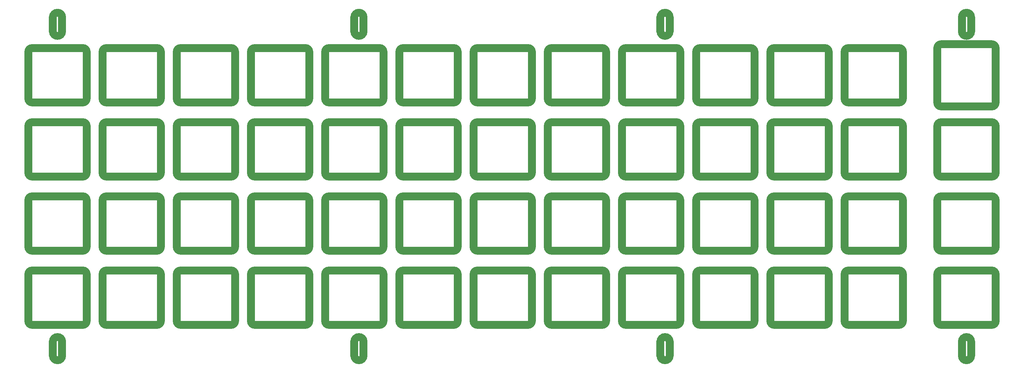
<source format=gbr>
G04 #@! TF.GenerationSoftware,KiCad,Pcbnew,(6.0.0-0)*
G04 #@! TF.CreationDate,2022-01-19T17:07:01-06:00*
G04 #@! TF.ProjectId,top_plate,746f705f-706c-4617-9465-2e6b69636164,rev?*
G04 #@! TF.SameCoordinates,Original*
G04 #@! TF.FileFunction,Soldermask,Top*
G04 #@! TF.FilePolarity,Negative*
%FSLAX46Y46*%
G04 Gerber Fmt 4.6, Leading zero omitted, Abs format (unit mm)*
G04 Created by KiCad (PCBNEW (6.0.0-0)) date 2022-01-19 17:07:01*
%MOMM*%
%LPD*%
G01*
G04 APERTURE LIST*
%ADD10C,2.000000*%
G04 APERTURE END LIST*
D10*
X388145304Y-122039333D02*
G75*
G03*
X390526556Y-122039333I1190626J0D01*
G01*
X390526556Y-122039333D02*
X390526556Y-118467455D01*
X388145304Y-122039333D02*
X388145304Y-118467455D01*
X390526556Y-118467455D02*
G75*
G03*
X388145304Y-118467455I-1190626J0D01*
G01*
X310754614Y-122039238D02*
G75*
G03*
X313135866Y-122039238I1190626J0D01*
G01*
X313135866Y-122039238D02*
X313135866Y-118467360D01*
X310754614Y-122039238D02*
X310754614Y-118467360D01*
X313135866Y-118467360D02*
G75*
G03*
X310754614Y-118467360I-1190626J0D01*
G01*
X232173298Y-122039352D02*
G75*
G03*
X234554550Y-122039352I1190626J0D01*
G01*
X234554550Y-122039352D02*
X234554550Y-118467474D01*
X232173298Y-122039352D02*
X232173298Y-118467474D01*
X234554550Y-118467474D02*
G75*
G03*
X232173298Y-118467474I-1190626J0D01*
G01*
X154782608Y-122039238D02*
G75*
G03*
X157163860Y-122039238I1190626J0D01*
G01*
X157163860Y-122039238D02*
X157163860Y-118467360D01*
X154782608Y-122039238D02*
X154782608Y-118467360D01*
X157163860Y-118467360D02*
G75*
G03*
X154782608Y-118467360I-1190626J0D01*
G01*
X390526556Y-35123627D02*
G75*
G03*
X388145304Y-35123627I-1190626J0D01*
G01*
X388145304Y-35123627D02*
X388145304Y-38695505D01*
X390526556Y-35123627D02*
X390526556Y-38695505D01*
X388145304Y-38695505D02*
G75*
G03*
X390526556Y-38695505I1190626J0D01*
G01*
X313135866Y-35123616D02*
G75*
G03*
X310754614Y-35123616I-1190626J0D01*
G01*
X310754614Y-35123616D02*
X310754614Y-38695494D01*
X313135866Y-35123616D02*
X313135866Y-38695494D01*
X310754614Y-38695494D02*
G75*
G03*
X313135866Y-38695494I1190626J0D01*
G01*
X234554550Y-35123635D02*
G75*
G03*
X232173298Y-35123635I-1190626J0D01*
G01*
X232173298Y-35123635D02*
X232173298Y-38695513D01*
X234554550Y-35123635D02*
X234554550Y-38695513D01*
X232173298Y-38695513D02*
G75*
G03*
X234554550Y-38695513I1190626J0D01*
G01*
X154782608Y-38695513D02*
G75*
G03*
X157163860Y-38695513I1190626J0D01*
G01*
X157163860Y-35123635D02*
X157163860Y-38695513D01*
X154782608Y-35123635D02*
X154782608Y-38695513D01*
X157163860Y-35123635D02*
G75*
G03*
X154782608Y-35123635I-1190626J0D01*
G01*
X163472530Y-44006460D02*
X163472530Y-56006460D01*
X162472530Y-57006460D02*
X149472530Y-57006460D01*
X149472530Y-43006460D02*
X162472530Y-43006460D01*
X148472530Y-44006460D02*
X148472530Y-56006460D01*
X163472530Y-44006460D02*
G75*
G03*
X162472530Y-43006460I-999999J1D01*
G01*
X162472530Y-57006460D02*
G75*
G03*
X163472530Y-56006460I1J999999D01*
G01*
X148472530Y-56006460D02*
G75*
G03*
X149472530Y-57006460I999999J-1D01*
G01*
X149472530Y-43006460D02*
G75*
G03*
X148472530Y-44006460I-1J-999999D01*
G01*
X168522610Y-43006460D02*
X181522610Y-43006460D01*
X182522610Y-44006460D02*
X182522610Y-56006460D01*
X181522610Y-57006460D02*
X168522610Y-57006460D01*
X167522610Y-44006460D02*
X167522610Y-56006460D01*
X167522610Y-56006460D02*
G75*
G03*
X168522610Y-57006460I999999J-1D01*
G01*
X181522610Y-57006460D02*
G75*
G03*
X182522610Y-56006460I1J999999D01*
G01*
X182522610Y-44006460D02*
G75*
G03*
X181522610Y-43006460I-999999J1D01*
G01*
X168522610Y-43006460D02*
G75*
G03*
X167522610Y-44006460I-1J-999999D01*
G01*
X187572690Y-43006460D02*
X200572690Y-43006460D01*
X186572690Y-44006460D02*
X186572690Y-56006460D01*
X200572690Y-57006460D02*
X187572690Y-57006460D01*
X201572690Y-44006460D02*
X201572690Y-56006460D01*
X201572690Y-44006460D02*
G75*
G03*
X200572690Y-43006460I-999999J1D01*
G01*
X200572690Y-57006460D02*
G75*
G03*
X201572690Y-56006460I1J999999D01*
G01*
X187572690Y-43006460D02*
G75*
G03*
X186572690Y-44006460I-1J-999999D01*
G01*
X186572690Y-56006460D02*
G75*
G03*
X187572690Y-57006460I999999J-1D01*
G01*
X205622770Y-44006460D02*
X205622770Y-56006460D01*
X219622770Y-57006460D02*
X206622770Y-57006460D01*
X220622770Y-44006460D02*
X220622770Y-56006460D01*
X206622770Y-43006460D02*
X219622770Y-43006460D01*
X206622770Y-43006460D02*
G75*
G03*
X205622770Y-44006460I-1J-999999D01*
G01*
X219622770Y-57006460D02*
G75*
G03*
X220622770Y-56006460I1J999999D01*
G01*
X205622770Y-56006460D02*
G75*
G03*
X206622770Y-57006460I999999J-1D01*
G01*
X220622770Y-44006460D02*
G75*
G03*
X219622770Y-43006460I-999999J1D01*
G01*
X224672850Y-44006460D02*
X224672850Y-56006460D01*
X239672850Y-44006460D02*
X239672850Y-56006460D01*
X238672850Y-57006460D02*
X225672850Y-57006460D01*
X225672850Y-43006460D02*
X238672850Y-43006460D01*
X225672850Y-43006460D02*
G75*
G03*
X224672850Y-44006460I-1J-999999D01*
G01*
X238672850Y-57006460D02*
G75*
G03*
X239672850Y-56006460I1J999999D01*
G01*
X224672850Y-56006460D02*
G75*
G03*
X225672850Y-57006460I999999J-1D01*
G01*
X239672850Y-44006460D02*
G75*
G03*
X238672850Y-43006460I-999999J1D01*
G01*
X334923250Y-44006460D02*
X334923250Y-56006460D01*
X319923250Y-44006460D02*
X319923250Y-56006460D01*
X333923250Y-57006460D02*
X320923250Y-57006460D01*
X320923250Y-43006460D02*
X333923250Y-43006460D01*
X333923250Y-57006460D02*
G75*
G03*
X334923250Y-56006460I1J999999D01*
G01*
X320923250Y-43006460D02*
G75*
G03*
X319923250Y-44006460I-1J-999999D01*
G01*
X319923250Y-56006460D02*
G75*
G03*
X320923250Y-57006460I999999J-1D01*
G01*
X334923250Y-44006460D02*
G75*
G03*
X333923250Y-43006460I-999999J1D01*
G01*
X353973330Y-44006460D02*
X353973330Y-56006460D01*
X352973330Y-57006460D02*
X339973330Y-57006460D01*
X338973330Y-44006460D02*
X338973330Y-56006460D01*
X339973330Y-43006460D02*
X352973330Y-43006460D01*
X353973330Y-44006460D02*
G75*
G03*
X352973330Y-43006460I-999999J1D01*
G01*
X339973330Y-43006460D02*
G75*
G03*
X338973330Y-44006460I-1J-999999D01*
G01*
X338973330Y-56006460D02*
G75*
G03*
X339973330Y-57006460I999999J-1D01*
G01*
X352973330Y-57006460D02*
G75*
G03*
X353973330Y-56006460I1J999999D01*
G01*
X162472530Y-76056540D02*
X149472530Y-76056540D01*
X148472530Y-63056540D02*
X148472530Y-75056540D01*
X163472530Y-63056540D02*
X163472530Y-75056540D01*
X149472530Y-62056540D02*
X162472530Y-62056540D01*
X148472530Y-75056540D02*
G75*
G03*
X149472530Y-76056540I999999J-1D01*
G01*
X162472530Y-76056540D02*
G75*
G03*
X163472530Y-75056540I1J999999D01*
G01*
X149472530Y-62056540D02*
G75*
G03*
X148472530Y-63056540I-1J-999999D01*
G01*
X163472530Y-63056540D02*
G75*
G03*
X162472530Y-62056540I-999999J1D01*
G01*
X187572690Y-62056540D02*
X200572690Y-62056540D01*
X186572690Y-63056540D02*
X186572690Y-75056540D01*
X200572690Y-76056540D02*
X187572690Y-76056540D01*
X201572690Y-63056540D02*
X201572690Y-75056540D01*
X187572690Y-62056540D02*
G75*
G03*
X186572690Y-63056540I-1J-999999D01*
G01*
X186572690Y-75056540D02*
G75*
G03*
X187572690Y-76056540I999999J-1D01*
G01*
X200572690Y-76056540D02*
G75*
G03*
X201572690Y-75056540I1J999999D01*
G01*
X201572690Y-63056540D02*
G75*
G03*
X200572690Y-62056540I-999999J1D01*
G01*
X238672850Y-76056540D02*
X225672850Y-76056540D01*
X224672850Y-63056540D02*
X224672850Y-75056540D01*
X225672850Y-62056540D02*
X238672850Y-62056540D01*
X239672850Y-63056540D02*
X239672850Y-75056540D01*
X238672850Y-76056540D02*
G75*
G03*
X239672850Y-75056540I1J999999D01*
G01*
X224672850Y-75056540D02*
G75*
G03*
X225672850Y-76056540I999999J-1D01*
G01*
X225672850Y-62056540D02*
G75*
G03*
X224672850Y-63056540I-1J-999999D01*
G01*
X239672850Y-63056540D02*
G75*
G03*
X238672850Y-62056540I-999999J1D01*
G01*
X257722930Y-76056540D02*
X244722930Y-76056540D01*
X244722930Y-62056540D02*
X257722930Y-62056540D01*
X243722930Y-63056540D02*
X243722930Y-75056540D01*
X258722930Y-63056540D02*
X258722930Y-75056540D01*
X257722930Y-76056540D02*
G75*
G03*
X258722930Y-75056540I1J999999D01*
G01*
X243722930Y-75056540D02*
G75*
G03*
X244722930Y-76056540I999999J-1D01*
G01*
X244722930Y-62056540D02*
G75*
G03*
X243722930Y-63056540I-1J-999999D01*
G01*
X258722930Y-63056540D02*
G75*
G03*
X257722930Y-62056540I-999999J1D01*
G01*
X262773010Y-63056540D02*
X262773010Y-75056540D01*
X277773010Y-63056540D02*
X277773010Y-75056540D01*
X276773010Y-76056540D02*
X263773010Y-76056540D01*
X263773010Y-62056540D02*
X276773010Y-62056540D01*
X276773010Y-76056540D02*
G75*
G03*
X277773010Y-75056540I1J999999D01*
G01*
X262773010Y-75056540D02*
G75*
G03*
X263773010Y-76056540I999999J-1D01*
G01*
X277773010Y-63056540D02*
G75*
G03*
X276773010Y-62056540I-999999J1D01*
G01*
X263773010Y-62056540D02*
G75*
G03*
X262773010Y-63056540I-1J-999999D01*
G01*
X296823090Y-63056540D02*
X296823090Y-75056540D01*
X295823090Y-76056540D02*
X282823090Y-76056540D01*
X282823090Y-62056540D02*
X295823090Y-62056540D01*
X281823090Y-63056540D02*
X281823090Y-75056540D01*
X296823090Y-63056540D02*
G75*
G03*
X295823090Y-62056540I-999999J1D01*
G01*
X295823090Y-76056540D02*
G75*
G03*
X296823090Y-75056540I1J999999D01*
G01*
X281823090Y-75056540D02*
G75*
G03*
X282823090Y-76056540I999999J-1D01*
G01*
X282823090Y-62056540D02*
G75*
G03*
X281823090Y-63056540I-1J-999999D01*
G01*
X300873170Y-63056540D02*
X300873170Y-75056540D01*
X314873170Y-76056540D02*
X301873170Y-76056540D01*
X315873170Y-63056540D02*
X315873170Y-75056540D01*
X301873170Y-62056540D02*
X314873170Y-62056540D01*
X314873170Y-76056540D02*
G75*
G03*
X315873170Y-75056540I1J999999D01*
G01*
X301873170Y-62056540D02*
G75*
G03*
X300873170Y-63056540I-1J-999999D01*
G01*
X315873170Y-63056540D02*
G75*
G03*
X314873170Y-62056540I-999999J1D01*
G01*
X300873170Y-75056540D02*
G75*
G03*
X301873170Y-76056540I999999J-1D01*
G01*
X333923250Y-76056540D02*
X320923250Y-76056540D01*
X320923250Y-62056540D02*
X333923250Y-62056540D01*
X319923250Y-63056540D02*
X319923250Y-75056540D01*
X334923250Y-63056540D02*
X334923250Y-75056540D01*
X319923250Y-75056540D02*
G75*
G03*
X320923250Y-76056540I999999J-1D01*
G01*
X333923250Y-76056540D02*
G75*
G03*
X334923250Y-75056540I1J999999D01*
G01*
X334923250Y-63056540D02*
G75*
G03*
X333923250Y-62056540I-999999J1D01*
G01*
X320923250Y-62056540D02*
G75*
G03*
X319923250Y-63056540I-1J-999999D01*
G01*
X338973330Y-63056540D02*
X338973330Y-75056540D01*
X352973330Y-76056540D02*
X339973330Y-76056540D01*
X339973330Y-62056540D02*
X352973330Y-62056540D01*
X353973330Y-63056540D02*
X353973330Y-75056540D01*
X352973330Y-76056540D02*
G75*
G03*
X353973330Y-75056540I1J999999D01*
G01*
X338973330Y-75056540D02*
G75*
G03*
X339973330Y-76056540I999999J-1D01*
G01*
X353973330Y-63056540D02*
G75*
G03*
X352973330Y-62056540I-999999J1D01*
G01*
X339973330Y-62056540D02*
G75*
G03*
X338973330Y-63056540I-1J-999999D01*
G01*
X359023410Y-62056540D02*
X372023410Y-62056540D01*
X372023410Y-76056540D02*
X359023410Y-76056540D01*
X358023410Y-63056540D02*
X358023410Y-75056540D01*
X373023410Y-63056540D02*
X373023410Y-75056540D01*
X372023410Y-76056540D02*
G75*
G03*
X373023410Y-75056540I1J999999D01*
G01*
X358023410Y-75056540D02*
G75*
G03*
X359023410Y-76056540I999999J-1D01*
G01*
X373023410Y-63056540D02*
G75*
G03*
X372023410Y-62056540I-999999J1D01*
G01*
X359023410Y-62056540D02*
G75*
G03*
X358023410Y-63056540I-1J-999999D01*
G01*
X149472530Y-81106620D02*
X162472530Y-81106620D01*
X148472530Y-82106620D02*
X148472530Y-94106620D01*
X162472530Y-95106620D02*
X149472530Y-95106620D01*
X163472530Y-82106620D02*
X163472530Y-94106620D01*
X148472530Y-94106620D02*
G75*
G03*
X149472530Y-95106620I999999J-1D01*
G01*
X149472530Y-81106620D02*
G75*
G03*
X148472530Y-82106620I-1J-999999D01*
G01*
X162472530Y-95106620D02*
G75*
G03*
X163472530Y-94106620I1J999999D01*
G01*
X163472530Y-82106620D02*
G75*
G03*
X162472530Y-81106620I-999999J1D01*
G01*
X182522610Y-82106620D02*
X182522610Y-94106620D01*
X167522610Y-82106620D02*
X167522610Y-94106620D01*
X181522610Y-95106620D02*
X168522610Y-95106620D01*
X168522610Y-81106620D02*
X181522610Y-81106620D01*
X168522610Y-81106620D02*
G75*
G03*
X167522610Y-82106620I-1J-999999D01*
G01*
X167522610Y-94106620D02*
G75*
G03*
X168522610Y-95106620I999999J-1D01*
G01*
X181522610Y-95106620D02*
G75*
G03*
X182522610Y-94106620I1J999999D01*
G01*
X182522610Y-82106620D02*
G75*
G03*
X181522610Y-81106620I-999999J1D01*
G01*
X200572690Y-95106620D02*
X187572690Y-95106620D01*
X187572690Y-81106620D02*
X200572690Y-81106620D01*
X186572690Y-82106620D02*
X186572690Y-94106620D01*
X201572690Y-82106620D02*
X201572690Y-94106620D01*
X187572690Y-81106620D02*
G75*
G03*
X186572690Y-82106620I-1J-999999D01*
G01*
X200572690Y-95106620D02*
G75*
G03*
X201572690Y-94106620I1J999999D01*
G01*
X186572690Y-94106620D02*
G75*
G03*
X187572690Y-95106620I999999J-1D01*
G01*
X201572690Y-82106620D02*
G75*
G03*
X200572690Y-81106620I-999999J1D01*
G01*
X206622770Y-81106620D02*
X219622770Y-81106620D01*
X205622770Y-82106620D02*
X205622770Y-94106620D01*
X220622770Y-82106620D02*
X220622770Y-94106620D01*
X219622770Y-95106620D02*
X206622770Y-95106620D01*
X220622770Y-82106620D02*
G75*
G03*
X219622770Y-81106620I-999999J1D01*
G01*
X219622770Y-95106620D02*
G75*
G03*
X220622770Y-94106620I1J999999D01*
G01*
X205622770Y-94106620D02*
G75*
G03*
X206622770Y-95106620I999999J-1D01*
G01*
X206622770Y-81106620D02*
G75*
G03*
X205622770Y-82106620I-1J-999999D01*
G01*
X238672850Y-95106620D02*
X225672850Y-95106620D01*
X224672850Y-82106620D02*
X224672850Y-94106620D01*
X239672850Y-82106620D02*
X239672850Y-94106620D01*
X225672850Y-81106620D02*
X238672850Y-81106620D01*
X239672850Y-82106620D02*
G75*
G03*
X238672850Y-81106620I-999999J1D01*
G01*
X238672850Y-95106620D02*
G75*
G03*
X239672850Y-94106620I1J999999D01*
G01*
X225672850Y-81106620D02*
G75*
G03*
X224672850Y-82106620I-1J-999999D01*
G01*
X224672850Y-94106620D02*
G75*
G03*
X225672850Y-95106620I999999J-1D01*
G01*
X258722930Y-82106620D02*
X258722930Y-94106620D01*
X244722930Y-81106620D02*
X257722930Y-81106620D01*
X257722930Y-95106620D02*
X244722930Y-95106620D01*
X243722930Y-82106620D02*
X243722930Y-94106620D01*
X243722930Y-94106620D02*
G75*
G03*
X244722930Y-95106620I999999J-1D01*
G01*
X244722930Y-81106620D02*
G75*
G03*
X243722930Y-82106620I-1J-999999D01*
G01*
X258722930Y-82106620D02*
G75*
G03*
X257722930Y-81106620I-999999J1D01*
G01*
X257722930Y-95106620D02*
G75*
G03*
X258722930Y-94106620I1J999999D01*
G01*
X276773010Y-95106620D02*
X263773010Y-95106620D01*
X277773010Y-82106620D02*
X277773010Y-94106620D01*
X263773010Y-81106620D02*
X276773010Y-81106620D01*
X262773010Y-82106620D02*
X262773010Y-94106620D01*
X262773010Y-94106620D02*
G75*
G03*
X263773010Y-95106620I999999J-1D01*
G01*
X263773010Y-81106620D02*
G75*
G03*
X262773010Y-82106620I-1J-999999D01*
G01*
X276773010Y-95106620D02*
G75*
G03*
X277773010Y-94106620I1J999999D01*
G01*
X277773010Y-82106620D02*
G75*
G03*
X276773010Y-81106620I-999999J1D01*
G01*
X296823090Y-82106620D02*
X296823090Y-94106620D01*
X282823090Y-81106620D02*
X295823090Y-81106620D01*
X295823090Y-95106620D02*
X282823090Y-95106620D01*
X281823090Y-82106620D02*
X281823090Y-94106620D01*
X296823090Y-82106620D02*
G75*
G03*
X295823090Y-81106620I-999999J1D01*
G01*
X281823090Y-94106620D02*
G75*
G03*
X282823090Y-95106620I999999J-1D01*
G01*
X282823090Y-81106620D02*
G75*
G03*
X281823090Y-82106620I-1J-999999D01*
G01*
X295823090Y-95106620D02*
G75*
G03*
X296823090Y-94106620I1J999999D01*
G01*
X314873170Y-95106620D02*
X301873170Y-95106620D01*
X315873170Y-82106620D02*
X315873170Y-94106620D01*
X300873170Y-82106620D02*
X300873170Y-94106620D01*
X301873170Y-81106620D02*
X314873170Y-81106620D01*
X315873170Y-82106620D02*
G75*
G03*
X314873170Y-81106620I-999999J1D01*
G01*
X301873170Y-81106620D02*
G75*
G03*
X300873170Y-82106620I-1J-999999D01*
G01*
X314873170Y-95106620D02*
G75*
G03*
X315873170Y-94106620I1J999999D01*
G01*
X300873170Y-94106620D02*
G75*
G03*
X301873170Y-95106620I999999J-1D01*
G01*
X319923250Y-82106620D02*
X319923250Y-94106620D01*
X320923250Y-81106620D02*
X333923250Y-81106620D01*
X333923250Y-95106620D02*
X320923250Y-95106620D01*
X334923250Y-82106620D02*
X334923250Y-94106620D01*
X319923250Y-94106620D02*
G75*
G03*
X320923250Y-95106620I999999J-1D01*
G01*
X333923250Y-95106620D02*
G75*
G03*
X334923250Y-94106620I1J999999D01*
G01*
X320923250Y-81106620D02*
G75*
G03*
X319923250Y-82106620I-1J-999999D01*
G01*
X334923250Y-82106620D02*
G75*
G03*
X333923250Y-81106620I-999999J1D01*
G01*
X339973330Y-81106620D02*
X352973330Y-81106620D01*
X353973330Y-82106620D02*
X353973330Y-94106620D01*
X338973330Y-82106620D02*
X338973330Y-94106620D01*
X352973330Y-95106620D02*
X339973330Y-95106620D01*
X352973330Y-95106620D02*
G75*
G03*
X353973330Y-94106620I1J999999D01*
G01*
X353973330Y-82106620D02*
G75*
G03*
X352973330Y-81106620I-999999J1D01*
G01*
X338973330Y-94106620D02*
G75*
G03*
X339973330Y-95106620I999999J-1D01*
G01*
X339973330Y-81106620D02*
G75*
G03*
X338973330Y-82106620I-1J-999999D01*
G01*
X358023410Y-82106620D02*
X358023410Y-94106620D01*
X359023410Y-81106620D02*
X372023410Y-81106620D01*
X372023410Y-95106620D02*
X359023410Y-95106620D01*
X373023410Y-82106620D02*
X373023410Y-94106620D01*
X372023410Y-95106620D02*
G75*
G03*
X373023410Y-94106620I1J999999D01*
G01*
X358023410Y-94106620D02*
G75*
G03*
X359023410Y-95106620I999999J-1D01*
G01*
X359023410Y-81106620D02*
G75*
G03*
X358023410Y-82106620I-1J-999999D01*
G01*
X373023410Y-82106620D02*
G75*
G03*
X372023410Y-81106620I-999999J1D01*
G01*
X181522610Y-114156700D02*
X168522610Y-114156700D01*
X182522610Y-101156700D02*
X182522610Y-113156700D01*
X168522610Y-100156700D02*
X181522610Y-100156700D01*
X167522610Y-101156700D02*
X167522610Y-113156700D01*
X167522610Y-113156700D02*
G75*
G03*
X168522610Y-114156700I999999J-1D01*
G01*
X182522610Y-101156700D02*
G75*
G03*
X181522610Y-100156700I-999999J1D01*
G01*
X168522610Y-100156700D02*
G75*
G03*
X167522610Y-101156700I-1J-999999D01*
G01*
X181522610Y-114156700D02*
G75*
G03*
X182522610Y-113156700I1J999999D01*
G01*
X186572690Y-101156700D02*
X186572690Y-113156700D01*
X187572690Y-100156700D02*
X200572690Y-100156700D01*
X201572690Y-101156700D02*
X201572690Y-113156700D01*
X200572690Y-114156700D02*
X187572690Y-114156700D01*
X187572690Y-100156700D02*
G75*
G03*
X186572690Y-101156700I-1J-999999D01*
G01*
X201572690Y-101156700D02*
G75*
G03*
X200572690Y-100156700I-999999J1D01*
G01*
X200572690Y-114156700D02*
G75*
G03*
X201572690Y-113156700I1J999999D01*
G01*
X186572690Y-113156700D02*
G75*
G03*
X187572690Y-114156700I999999J-1D01*
G01*
X205622770Y-101156700D02*
X205622770Y-113156700D01*
X219622770Y-114156700D02*
X206622770Y-114156700D01*
X220622770Y-101156700D02*
X220622770Y-113156700D01*
X206622770Y-100156700D02*
X219622770Y-100156700D01*
X206622770Y-100156700D02*
G75*
G03*
X205622770Y-101156700I-1J-999999D01*
G01*
X219622770Y-114156700D02*
G75*
G03*
X220622770Y-113156700I1J999999D01*
G01*
X205622770Y-113156700D02*
G75*
G03*
X206622770Y-114156700I999999J-1D01*
G01*
X220622770Y-101156700D02*
G75*
G03*
X219622770Y-100156700I-999999J1D01*
G01*
X224672850Y-101156700D02*
X224672850Y-113156700D01*
X239672850Y-101156700D02*
X239672850Y-113156700D01*
X238672850Y-114156700D02*
X225672850Y-114156700D01*
X225672850Y-100156700D02*
X238672850Y-100156700D01*
X239672850Y-101156700D02*
G75*
G03*
X238672850Y-100156700I-999999J1D01*
G01*
X238672850Y-114156700D02*
G75*
G03*
X239672850Y-113156700I1J999999D01*
G01*
X225672850Y-100156700D02*
G75*
G03*
X224672850Y-101156700I-1J-999999D01*
G01*
X224672850Y-113156700D02*
G75*
G03*
X225672850Y-114156700I999999J-1D01*
G01*
X244722930Y-100156700D02*
X257722930Y-100156700D01*
X258722930Y-101156700D02*
X258722930Y-113156700D01*
X243722930Y-101156700D02*
X243722930Y-113156700D01*
X257722930Y-114156700D02*
X244722930Y-114156700D01*
X243722930Y-113156700D02*
G75*
G03*
X244722930Y-114156700I999999J-1D01*
G01*
X244722930Y-100156700D02*
G75*
G03*
X243722930Y-101156700I-1J-999999D01*
G01*
X258722930Y-101156700D02*
G75*
G03*
X257722930Y-100156700I-999999J1D01*
G01*
X257722930Y-114156700D02*
G75*
G03*
X258722930Y-113156700I1J999999D01*
G01*
X277773010Y-101156700D02*
X277773010Y-113156700D01*
X262773010Y-101156700D02*
X262773010Y-113156700D01*
X263773010Y-100156700D02*
X276773010Y-100156700D01*
X276773010Y-114156700D02*
X263773010Y-114156700D01*
X263773010Y-100156700D02*
G75*
G03*
X262773010Y-101156700I-1J-999999D01*
G01*
X276773010Y-114156700D02*
G75*
G03*
X277773010Y-113156700I1J999999D01*
G01*
X277773010Y-101156700D02*
G75*
G03*
X276773010Y-100156700I-999999J1D01*
G01*
X262773010Y-113156700D02*
G75*
G03*
X263773010Y-114156700I999999J-1D01*
G01*
X282823090Y-100156700D02*
X295823090Y-100156700D01*
X295823090Y-114156700D02*
X282823090Y-114156700D01*
X296823090Y-101156700D02*
X296823090Y-113156700D01*
X281823090Y-101156700D02*
X281823090Y-113156700D01*
X281823090Y-113156700D02*
G75*
G03*
X282823090Y-114156700I999999J-1D01*
G01*
X282823090Y-100156700D02*
G75*
G03*
X281823090Y-101156700I-1J-999999D01*
G01*
X295823090Y-114156700D02*
G75*
G03*
X296823090Y-113156700I1J999999D01*
G01*
X296823090Y-101156700D02*
G75*
G03*
X295823090Y-100156700I-999999J1D01*
G01*
X301873170Y-100156700D02*
X314873170Y-100156700D01*
X314873170Y-114156700D02*
X301873170Y-114156700D01*
X300873170Y-101156700D02*
X300873170Y-113156700D01*
X315873170Y-101156700D02*
X315873170Y-113156700D01*
X315873170Y-101156700D02*
G75*
G03*
X314873170Y-100156700I-999999J1D01*
G01*
X314873170Y-114156700D02*
G75*
G03*
X315873170Y-113156700I1J999999D01*
G01*
X301873170Y-100156700D02*
G75*
G03*
X300873170Y-101156700I-1J-999999D01*
G01*
X300873170Y-113156700D02*
G75*
G03*
X301873170Y-114156700I999999J-1D01*
G01*
X319923250Y-101156700D02*
X319923250Y-113156700D01*
X333923250Y-114156700D02*
X320923250Y-114156700D01*
X320923250Y-100156700D02*
X333923250Y-100156700D01*
X334923250Y-101156700D02*
X334923250Y-113156700D01*
X333923250Y-114156700D02*
G75*
G03*
X334923250Y-113156700I1J999999D01*
G01*
X334923250Y-101156700D02*
G75*
G03*
X333923250Y-100156700I-999999J1D01*
G01*
X320923250Y-100156700D02*
G75*
G03*
X319923250Y-101156700I-1J-999999D01*
G01*
X319923250Y-113156700D02*
G75*
G03*
X320923250Y-114156700I999999J-1D01*
G01*
X339973330Y-100160000D02*
X352973330Y-100160000D01*
X352973330Y-114160000D02*
X339973330Y-114160000D01*
X338973330Y-101160000D02*
X338973330Y-113160000D01*
X353973330Y-101160000D02*
X353973330Y-113160000D01*
X338973330Y-113160000D02*
G75*
G03*
X339973330Y-114160000I999999J-1D01*
G01*
X339973330Y-100160000D02*
G75*
G03*
X338973330Y-101160000I-1J-999999D01*
G01*
X352973330Y-114160000D02*
G75*
G03*
X353973330Y-113160000I1J999999D01*
G01*
X353973330Y-101160000D02*
G75*
G03*
X352973330Y-100160000I-999999J1D01*
G01*
X359023410Y-100156700D02*
X372023410Y-100156700D01*
X373023410Y-101156700D02*
X373023410Y-113156700D01*
X372023410Y-114156700D02*
X359023410Y-114156700D01*
X358023410Y-101156700D02*
X358023410Y-113156700D01*
X358023410Y-113156700D02*
G75*
G03*
X359023410Y-114156700I999999J-1D01*
G01*
X372023410Y-114156700D02*
G75*
G03*
X373023410Y-113156700I1J999999D01*
G01*
X373023410Y-101156700D02*
G75*
G03*
X372023410Y-100156700I-999999J1D01*
G01*
X359023410Y-100156700D02*
G75*
G03*
X358023410Y-101156700I-1J-999999D01*
G01*
X149472530Y-100156700D02*
X162472530Y-100156700D01*
X162472530Y-114156700D02*
X149472530Y-114156700D01*
X163472530Y-101156700D02*
X163472530Y-113156700D01*
X148472530Y-101156700D02*
X148472530Y-113156700D01*
X148472530Y-113156700D02*
G75*
G03*
X149472530Y-114156700I999999J-1D01*
G01*
X162472530Y-114156700D02*
G75*
G03*
X163472530Y-113156700I1J999999D01*
G01*
X163472530Y-101156700D02*
G75*
G03*
X162472530Y-100156700I-999999J1D01*
G01*
X149472530Y-100156700D02*
G75*
G03*
X148472530Y-101156700I-1J-999999D01*
G01*
X182522610Y-63056540D02*
X182522610Y-75056540D01*
X167522610Y-63056540D02*
X167522610Y-75056540D01*
X181522610Y-76056540D02*
X168522610Y-76056540D01*
X168522610Y-62056540D02*
X181522610Y-62056540D01*
X168522610Y-62056540D02*
G75*
G03*
X167522610Y-63056540I-1J-999999D01*
G01*
X167522610Y-75056540D02*
G75*
G03*
X168522610Y-76056540I999999J-1D01*
G01*
X182522610Y-63056540D02*
G75*
G03*
X181522610Y-62056540I-999999J1D01*
G01*
X181522610Y-76056540D02*
G75*
G03*
X182522610Y-75056540I1J999999D01*
G01*
X396835890Y-82106428D02*
X396835890Y-94106428D01*
X382835890Y-81106428D02*
X395835890Y-81106428D01*
X395835890Y-95106428D02*
X382835890Y-95106428D01*
X381835890Y-82106428D02*
X381835890Y-94106428D01*
X382835890Y-81106428D02*
G75*
G03*
X381835890Y-82106428I-1J-999999D01*
G01*
X395835890Y-95106428D02*
G75*
G03*
X396835890Y-94106428I1J999999D01*
G01*
X381835890Y-94106428D02*
G75*
G03*
X382835890Y-95106428I999999J-1D01*
G01*
X396835890Y-82106428D02*
G75*
G03*
X395835890Y-81106428I-999999J1D01*
G01*
X395835890Y-76056444D02*
X382835890Y-76056444D01*
X396835890Y-63056444D02*
X396835890Y-75056444D01*
X382835890Y-62056444D02*
X395835890Y-62056444D01*
X381835890Y-63056444D02*
X381835890Y-75056444D01*
X396835890Y-63056444D02*
G75*
G03*
X395835890Y-62056444I-999999J1D01*
G01*
X381835890Y-75056444D02*
G75*
G03*
X382835890Y-76056444I999999J-1D01*
G01*
X395835890Y-76056444D02*
G75*
G03*
X396835890Y-75056444I1J999999D01*
G01*
X382835890Y-62056444D02*
G75*
G03*
X381835890Y-63056444I-1J-999999D01*
G01*
X382836010Y-42031461D02*
X395828902Y-42031460D01*
X381836010Y-43031460D02*
X381836010Y-57031460D01*
X396836009Y-57031460D02*
X396836009Y-43031460D01*
X395828902Y-58031460D02*
X382836010Y-58031460D01*
X381836010Y-57031460D02*
G75*
G03*
X382836010Y-58031460I999999J-1D01*
G01*
X382836010Y-42031461D02*
G75*
G03*
X381836010Y-43031461I-1J-999999D01*
G01*
X396828902Y-43031460D02*
G75*
G03*
X395828902Y-42031460I-999999J1D01*
G01*
X395828902Y-58031460D02*
G75*
G03*
X396828902Y-57031460I1J999999D01*
G01*
X372023410Y-57006460D02*
X359023410Y-57006460D01*
X373023410Y-44006460D02*
X373023410Y-56006460D01*
X358023410Y-44006460D02*
X358023410Y-56006460D01*
X359023410Y-43006460D02*
X372023410Y-43006460D01*
X358023410Y-56006460D02*
G75*
G03*
X359023410Y-57006460I999999J-1D01*
G01*
X372023410Y-57006460D02*
G75*
G03*
X373023410Y-56006460I1J999999D01*
G01*
X373023410Y-44006460D02*
G75*
G03*
X372023410Y-43006460I-999999J1D01*
G01*
X359023410Y-43006460D02*
G75*
G03*
X358023410Y-44006460I-1J-999999D01*
G01*
X395836010Y-114156700D02*
X382836010Y-114156700D01*
X381836010Y-101156700D02*
X381836010Y-113156700D01*
X382836010Y-100156700D02*
X395836010Y-100156700D01*
X396836010Y-101156700D02*
X396836010Y-113156700D01*
X395836010Y-114156700D02*
G75*
G03*
X396836010Y-113156700I1J999999D01*
G01*
X396836010Y-101156700D02*
G75*
G03*
X395836010Y-100156700I-999999J1D01*
G01*
X381836010Y-113156700D02*
G75*
G03*
X382836010Y-114156700I999999J-1D01*
G01*
X382836010Y-100156700D02*
G75*
G03*
X381836010Y-101156700I-1J-999999D01*
G01*
X206622770Y-62056540D02*
X219622770Y-62056540D01*
X220622770Y-63056540D02*
X220622770Y-75056540D01*
X219622770Y-76056540D02*
X206622770Y-76056540D01*
X205622770Y-63056540D02*
X205622770Y-75056540D01*
X206622770Y-62056540D02*
G75*
G03*
X205622770Y-63056540I-1J-999999D01*
G01*
X219622770Y-76056540D02*
G75*
G03*
X220622770Y-75056540I1J999999D01*
G01*
X220622770Y-63056540D02*
G75*
G03*
X219622770Y-62056540I-999999J1D01*
G01*
X205622770Y-75056540D02*
G75*
G03*
X206622770Y-76056540I999999J-1D01*
G01*
X257723314Y-57006460D02*
X244723314Y-57006460D01*
X244723314Y-43006460D02*
X257723314Y-43006460D01*
X258723314Y-44006460D02*
X258723314Y-56006460D01*
X243723314Y-44006460D02*
X243723314Y-56006460D01*
X258723314Y-44006460D02*
G75*
G03*
X257723314Y-43006460I-999999J1D01*
G01*
X257723314Y-57006460D02*
G75*
G03*
X258723314Y-56006460I1J999999D01*
G01*
X244723314Y-43006460D02*
G75*
G03*
X243723314Y-44006460I-1J-999999D01*
G01*
X243723314Y-56006460D02*
G75*
G03*
X244723314Y-57006460I999999J-1D01*
G01*
X263773330Y-43006460D02*
X276773330Y-43006460D01*
X277773330Y-44006460D02*
X277773330Y-56006460D01*
X276773330Y-57006460D02*
X263773330Y-57006460D01*
X262773330Y-44006460D02*
X262773330Y-56006460D01*
X276773330Y-57006460D02*
G75*
G03*
X277773330Y-56006460I1J999999D01*
G01*
X277773330Y-44006460D02*
G75*
G03*
X276773330Y-43006460I-999999J1D01*
G01*
X262773330Y-56006460D02*
G75*
G03*
X263773330Y-57006460I999999J-1D01*
G01*
X263773330Y-43006460D02*
G75*
G03*
X262773330Y-44006460I-1J-999999D01*
G01*
X281823346Y-44006460D02*
X281823346Y-56006460D01*
X282823346Y-43006460D02*
X295823346Y-43006460D01*
X295823346Y-57006460D02*
X282823346Y-57006460D01*
X296823346Y-44006460D02*
X296823346Y-56006460D01*
X295823346Y-57006460D02*
G75*
G03*
X296823346Y-56006460I1J999999D01*
G01*
X296823346Y-44006460D02*
G75*
G03*
X295823346Y-43006460I-999999J1D01*
G01*
X281823346Y-56006460D02*
G75*
G03*
X282823346Y-57006460I999999J-1D01*
G01*
X282823346Y-43006460D02*
G75*
G03*
X281823346Y-44006460I-1J-999999D01*
G01*
X314873362Y-57006460D02*
X301873362Y-57006460D01*
X315873362Y-44006460D02*
X315873362Y-56006460D01*
X300873362Y-44006460D02*
X300873362Y-56006460D01*
X301873362Y-43006460D02*
X314873362Y-43006460D01*
X315873362Y-44006460D02*
G75*
G03*
X314873362Y-43006460I-999999J1D01*
G01*
X300873362Y-56006460D02*
G75*
G03*
X301873362Y-57006460I999999J-1D01*
G01*
X301873362Y-43006460D02*
G75*
G03*
X300873362Y-44006460I-1J-999999D01*
G01*
X314873362Y-57006460D02*
G75*
G03*
X315873362Y-56006460I1J999999D01*
G01*
M02*

</source>
